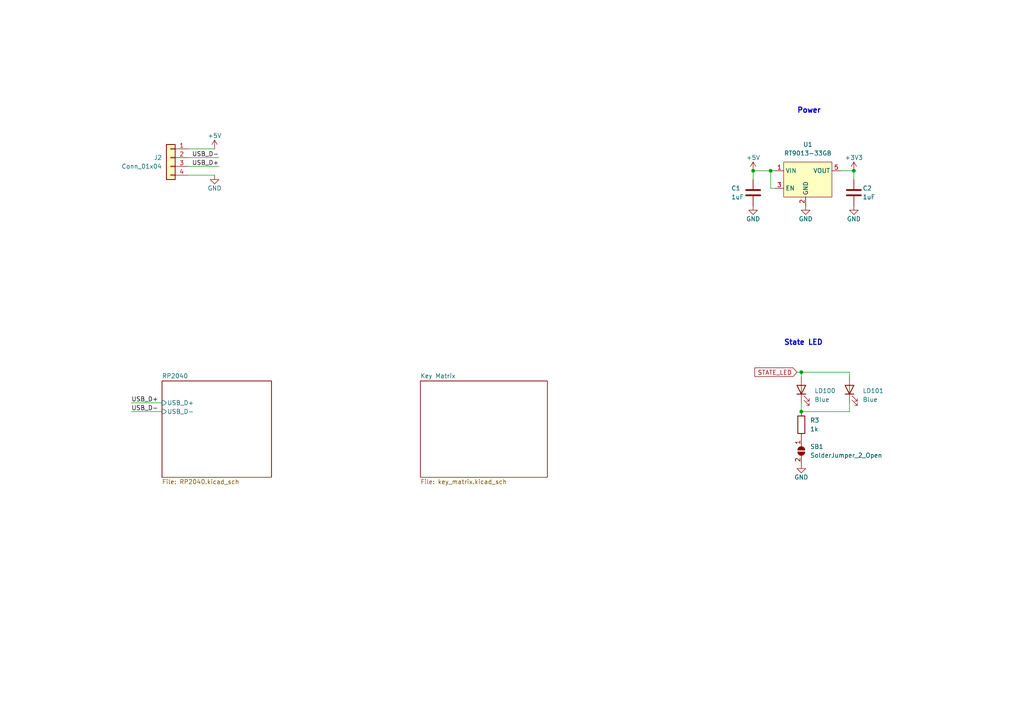
<source format=kicad_sch>
(kicad_sch (version 20230121) (generator eeschema)
  (paper "A4")
  (title_block (title "Calcite60 Keyboard") (rev "1.0") (company "SideraKB") (comment 1 "Open source hardware, CERN-OHL-P v2") (comment 2 "Kailh Choc V1 (PG1350) Low Profile Switches"))
  (lib_symbols
    (symbol "Connector_Generic:Conn_01x04" (pin_names (offset 1.016) hide)
      (property "Reference" "J" (at 0 5.08 0))
      (property "Value" "Conn_01x04" (at 0 -7.62 0))
      (symbol "Conn_01x04_1_1"
        (rectangle (start -1.27 -4.953) (end 0 -5.207) (stroke (width 0.1524)))
        (rectangle (start -1.27 -2.413) (end 0 -2.667) (stroke (width 0.1524)))
        (rectangle (start -1.27 0.127) (end 0 -0.127) (stroke (width 0.1524)))
        (rectangle (start -1.27 2.667) (end 0 2.413) (stroke (width 0.1524)))
        (rectangle (start -1.27 3.81) (end 1.27 -6.35) (stroke (width 0.254)) (fill (type background)))
        (pin passive line (at -5.08 2.54 0) (length 3.81) (name "Pin_1") (number "1"))
        (pin passive line (at -5.08 0 0) (length 3.81) (name "Pin_2") (number "2"))
        (pin passive line (at -5.08 -2.54 0) (length 3.81) (name "Pin_3") (number "3"))
        (pin passive line (at -5.08 -5.08 0) (length 3.81) (name "Pin_4") (number "4"))
      )
    )
    (symbol "Device:C" (pin_numbers hide) (pin_names (offset 0.254))
      (property "Reference" "C" (at 0.635 2.54 0))
      (property "Value" "C" (at 0.635 -2.54 0))
      (symbol "C_0_1"
        (polyline (pts (xy -2.032 -0.762) (xy 2.032 -0.762)) (stroke (width 0.508)))
        (polyline (pts (xy -2.032 0.762) (xy 2.032 0.762)) (stroke (width 0.508)))
      )
      (symbol "C_1_1"
        (pin passive line (at 0 3.81 270) (length 2.794) (name "~") (number "1"))
        (pin passive line (at 0 -3.81 90) (length 2.794) (name "~") (number "2"))
      )
    )
    (symbol "Device:LED" (pin_numbers hide) (pin_names (offset 1.016) hide)
      (property "Reference" "D" (at 0 2.54 0))
      (property "Value" "LED" (at 0 -2.54 0))
      (symbol "LED_0_1"
        (polyline (pts (xy -1.27 -1.27) (xy -1.27 1.27)) (stroke (width 0.254)))
        (polyline (pts (xy -1.27 0) (xy 1.27 0)))
        (polyline (pts (xy 1.27 -1.27) (xy 1.27 1.27) (xy -1.27 0) (xy 1.27 -1.27)) (stroke (width 0.254)))
        (polyline (pts (xy -3.048 -0.762) (xy -4.572 -2.286) (xy -3.81 -2.286) (xy -4.572 -2.286) (xy -4.572 -1.524)))
        (polyline (pts (xy -1.778 -0.762) (xy -3.302 -2.286) (xy -2.54 -2.286) (xy -3.302 -2.286) (xy -3.302 -1.524)))
      )
      (symbol "LED_1_1"
        (pin passive line (at -3.81 0 0) (length 2.54) (name "K") (number "1"))
        (pin passive line (at 3.81 0 180) (length 2.54) (name "A") (number "2"))
      )
    )
    (symbol "Device:R" (pin_numbers hide) (pin_names (offset 0))
      (property "Reference" "R" (at 2.032 0 90))
      (property "Value" "R" (at 0 0 90))
      (symbol "R_0_1"
        (rectangle (start -1.016 -2.54) (end 1.016 2.54) (stroke (width 0.254)))
      )
      (symbol "R_1_1"
        (pin passive line (at 0 3.81 270) (length 1.27) (name "~") (number "1"))
        (pin passive line (at 0 -3.81 90) (length 1.27) (name "~") (number "2"))
      )
    )
    (symbol "Jumper:SolderJumper_2_Open" (pin_names (offset 0) hide)
      (property "Reference" "JP" (at 0 2.032 0))
      (property "Value" "SolderJumper_2_Open" (at 0 -2.54 0))
      (symbol "SolderJumper_2_Open_0_1"
        (arc (start -0.254 1.016) (mid -1.2656 0) (end -0.254 -1.016))
        (arc (start -0.254 1.016) (mid -1.2656 0) (end -0.254 -1.016) (fill (type outline)))
        (polyline (pts (xy -0.254 1.016) (xy -0.254 -1.016)))
        (polyline (pts (xy 0.254 1.016) (xy 0.254 -1.016)))
        (arc (start 0.254 -1.016) (mid 1.2656 0) (end 0.254 1.016))
        (arc (start 0.254 -1.016) (mid 1.2656 0) (end 0.254 1.016) (fill (type outline)))
      )
      (symbol "SolderJumper_2_Open_1_1"
        (pin passive line (at -3.81 0 0) (length 2.54) (name "A") (number "1"))
        (pin passive line (at 3.81 0 180) (length 2.54) (name "B") (number "2"))
      )
    )
    (symbol "power:+3V3" (power) (pin_names (offset 0))
      (property "Value" "+3V3" (at 0 3.556 0))
      (symbol "+3V3_0_1"
        (polyline (pts (xy -0.762 1.27) (xy 0 2.54)))
        (polyline (pts (xy 0 0) (xy 0 2.54)))
        (polyline (pts (xy 0 2.54) (xy 0.762 1.27)))
      )
      (symbol "+3V3_1_1"
        (pin power_in line (at 0 0 90) (length 0) hide (name "+3V3") (number "1"))
      )
    )
    (symbol "power:+5V" (power) (pin_names (offset 0))
      (property "Value" "+5V" (at 0 3.556 0))
      (symbol "+5V_0_1"
        (polyline (pts (xy -0.762 1.27) (xy 0 2.54)))
        (polyline (pts (xy 0 0) (xy 0 2.54)))
        (polyline (pts (xy 0 2.54) (xy 0.762 1.27)))
      )
      (symbol "+5V_1_1"
        (pin power_in line (at 0 0 90) (length 0) hide (name "+5V") (number "1"))
      )
    )
    (symbol "power:GND" (power) (pin_names (offset 0))
      (property "Value" "GND" (at 0 -3.81 0))
      (symbol "GND_0_1"
        (polyline (pts (xy 0 0) (xy 0 -1.27) (xy 1.27 -1.27) (xy 0 -2.54) (xy -1.27 -1.27) (xy 0 -1.27)))
      )
      (symbol "GND_1_1"
        (pin power_in line (at 0 0 270) (length 0) hide (name "GND") (number "1"))
      )
    )
    (symbol "rp-micro:RT9013-33GB"
      (property "Reference" "U?" (at 0 8.89 0))
      (property "Value" "RT9013-33GB" (at 0 6.35 0))
      (symbol "RT9013-33GB_0_0"
        (pin no_connect non_logic (at 10.16 -2.54 180) (length 2.54) hide (name "NC") (number "4"))
      )
      (symbol "RT9013-33GB_0_1"
        (rectangle (start -6.35 5.08) (end 7.62 -5.08) (fill (type background)))
      )
      (symbol "RT9013-33GB_1_1"
        (pin power_in line (at -8.89 2.54 0) (length 2.54) (name "VIN") (number "1"))
        (pin power_in line (at 0 -7.62 90) (length 2.54) (name "GND") (number "2"))
        (pin input line (at -8.89 -2.54 0) (length 2.54) (name "EN") (number "3"))
        (pin power_out line (at 10.16 2.54 180) (length 2.54) (name "VOUT") (number "5"))
      )
    )
  )
  (junction (at 232.41 107.95))
  (junction (at 218.44 49.53))
  (junction (at 247.65 49.53))
  (junction (at 223.52 49.53))
  (junction (at 232.41 119.38))
  (wire (pts (xy 38.1 116.84) (xy 46.99 116.84)))
  (wire (pts (xy 243.84 49.53) (xy 247.65 49.53)))
  (wire (pts (xy 223.52 49.53) (xy 224.79 49.53)))
  (wire (pts (xy 232.41 109.22) (xy 232.41 107.95)))
  (wire (pts (xy 246.38 107.95) (xy 232.41 107.95)))
  (wire (pts (xy 218.44 49.53) (xy 223.52 49.53)))
  (wire (pts (xy 246.38 116.84) (xy 246.38 119.38)))
  (wire (pts (xy 247.65 49.53) (xy 247.65 52.07)))
  (wire (pts (xy 224.79 54.61) (xy 223.52 54.61)))
  (wire (pts (xy 223.52 54.61) (xy 223.52 49.53)))
  (wire (pts (xy 232.41 119.38) (xy 246.38 119.38)))
  (wire (pts (xy 63.5 48.26) (xy 54.61 48.26)))
  (wire (pts (xy 63.5 45.72) (xy 54.61 45.72)))
  (wire (pts (xy 62.23 50.8) (xy 54.61 50.8)))
  (wire (pts (xy 38.1 119.38) (xy 46.99 119.38)))
  (wire (pts (xy 218.44 49.53) (xy 218.44 52.07)))
  (wire (pts (xy 246.38 109.22) (xy 246.38 107.95)))
  (wire (pts (xy 62.23 43.18) (xy 54.61 43.18)))
  (wire (pts (xy 231.14 107.95) (xy 232.41 107.95)))
  (wire (pts (xy 232.41 119.38) (xy 232.41 116.84)))
  (text "State LED" (at 227.33 100.33 0) (effects (font (size 1.5 1.5) (thickness 0.3) bold) (justify left bottom)))
  (text "Power\n" (at 231.14 33.02 0) (effects (font (size 1.5 1.5) (thickness 0.3) bold) (justify left bottom)))
  (label "USB_D+" (at 63.5 48.26 180))
  (label "USB_D+" (at 38.1 116.84 0))
  (label "USB_D-" (at 38.1 119.38 0))
  (label "USB_D-" (at 63.5 45.72 180))
  (global_label "STATE_LED" (shape input) (at 231.14 107.95 180) (property "Intersheetrefs" "${INTERSHEET_REFS}" (effects hide)))
  (symbol (lib_id "power:+5V") (at 218.44 49.53 0) (unit 1)
    (property "Reference" "#PWR05" (effects hide))
    (property "Value" "+5V" (at 218.44 45.72 0))
  )
  (symbol (lib_id "power:GND") (at 218.44 59.69 0) (unit 1)
    (property "Reference" "#PWR07" (effects hide))
    (property "Value" "GND" (at 218.44 63.5 0))
  )
  (symbol (lib_id "Jumper:SolderJumper_2_Open") (at 232.41 130.81 270) (unit 1)
    (property "Reference" "SB1" (at 234.95 129.5399 90) (effects (justify left)))
    (property "Value" "SolderJumper_2_Open" (at 234.95 132.0799 90) (effects (justify left)))
    (property "Footprint" "Jumper:SolderJumper-2_P1.3mm_Open_TrianglePad1.0x1.5mm" (effects hide))
  )
  (symbol (lib_id "Device:LED") (at 246.38 113.03 90) (unit 1)
    (property "Reference" "LD101" (at 250.19 113.3475 90) (effects (justify right)))
    (property "Value" "Blue" (at 250.19 115.8875 90) (effects (justify right)))
    (property "Footprint" "LED_SMD:LED_0603_1608Metric" (effects hide))
    (property "LCSC" "C72043" (effects hide))
    (property "MFR. Part #" "19-217/GHC-YR1S2/3T" (effects hide))
  )
  (symbol (lib_id "Device:LED") (at 232.41 113.03 90) (unit 1)
    (property "Reference" "LD100" (at 236.22 113.3475 90) (effects (justify right)))
    (property "Value" "Blue" (at 236.22 115.8875 90) (effects (justify right)))
    (property "Footprint" "LED_SMD:LED_0603_1608Metric" (effects hide))
    (property "LCSC" "C72043" (effects hide))
    (property "MFR. Part #" "19-217/GHC-YR1S2/3T" (effects hide))
  )
  (symbol (lib_id "power:GND") (at 233.68 59.69 0) (unit 1)
    (property "Reference" "#PWR08" (effects hide))
    (property "Value" "GND" (at 233.68 63.5 0))
  )
  (symbol (lib_id "Device:R") (at 232.41 123.19 0) (mirror y) (unit 1)
    (property "Reference" "R3" (at 234.95 121.92 0) (effects (justify right)))
    (property "Value" "1k" (at 234.95 124.46 0) (effects (justify right)))
    (property "Footprint" "Resistor_SMD:R_0402_1005Metric" (effects hide))
    (property "MFR. Part #" "0402WGF1001TCE " (effects hide))
    (property "LCSC" "C11702" (effects hide))
  )
  (symbol (lib_id "power:GND") (at 247.65 59.69 0) (unit 1)
    (property "Reference" "#PWR09" (effects hide))
    (property "Value" "GND" (at 247.65 63.5 0))
  )
  (symbol (lib_id "power:+3V3") (at 247.65 49.53 0) (unit 1)
    (property "Reference" "#PWR06" (effects hide))
    (property "Value" "+3V3" (at 247.65 45.72 0))
  )
  (symbol (lib_id "Connector_Generic:Conn_01x04") (at 49.53 45.72 0) (mirror y) (unit 1)
    (property "Reference" "J2" (at 46.99 45.72 0) (effects (justify left)))
    (property "Value" "Conn_01x04" (at 46.99 48.26 0) (effects (justify left)))
    (property "Footprint" "Connector_Molex:Molex_Pico-EZmate_78171-0004_1x04-1MP_P1.20mm_Vertical" (effects hide))
  )
  (symbol (lib_id "power:+5V") (at 62.23 43.18 0) (mirror y) (unit 1)
    (property "Reference" "#PWR010" (effects hide))
    (property "Value" "+5V" (at 62.23 39.37 0))
  )
  (symbol (lib_id "power:GND") (at 232.41 134.62 0) (unit 1)
    (property "Reference" "#PWR0101" (effects hide))
    (property "Value" "GND" (at 232.41 138.43 0))
  )
  (symbol (lib_id "Device:C") (at 247.65 55.88 0) (unit 1)
    (property "Reference" "C2" (at 250.19 54.61 0) (effects (justify left)))
    (property "Value" "1uF" (at 250.19 57.15 0) (effects (justify left)))
    (property "Footprint" "Capacitor_SMD:C_0402_1005Metric" (effects hide))
    (property "MFR. Part #" "CL05A105KA5NQNC" (effects hide))
    (property "LCSC" "C52923" (effects hide))
  )
  (symbol (lib_id "rp-micro:RT9013-33GB") (at 233.68 52.07 0) (unit 1)
    (property "Reference" "U1" (at 234.315 41.91 0))
    (property "Value" "RT9013-33GB" (at 234.315 44.45 0))
    (property "Footprint" "Package_TO_SOT_SMD:SOT-23-5" (effects hide))
    (property "MFR. Part #" "TPRT9013-33GB" (effects hide))
    (property "LCSC" "C587158" (effects hide))
  )
  (symbol (lib_id "power:GND") (at 62.23 50.8 0) (mirror y) (unit 1)
    (property "Reference" "#PWR016" (effects hide))
    (property "Value" "GND" (at 62.23 54.61 0))
  )
  (symbol (lib_id "Device:C") (at 218.44 55.88 0) (unit 1)
    (property "Reference" "C1" (at 212.09 54.61 0) (effects (justify left)))
    (property "Value" "1uF" (at 212.09 57.15 0) (effects (justify left)))
    (property "Footprint" "Capacitor_SMD:C_0402_1005Metric" (effects hide))
    (property "MFR. Part #" "CL05A105KA5NQNC" (effects hide))
    (property "LCSC" "C52923" (effects hide))
  )
  (sheet (at 46.99 110.49) (size 31.75 27.94) (stroke (width 0.1524))
    (property "Sheetname" "RP2040" (at 46.99 109.7784 0) (effects (justify left bottom)))
    (property "Sheetfile" "RP2040.kicad_sch" (at 46.99 139.0146 0) (effects (justify left top)))
    (pin "USB_D+" input (at 46.99 116.84 180))
    (pin "USB_D-" input (at 46.99 119.38 180))
  )
  (sheet (at 121.92 110.49) (size 36.83 27.94) (stroke (width 0.1524))
    (property "Sheetname" "Key Matrix" (at 121.92 109.7784 0) (effects (justify left bottom)))
    (property "Sheetfile" "key_matrix.kicad_sch" (at 121.92 139.0146 0) (effects (justify left top)))
  )
)
</source>
